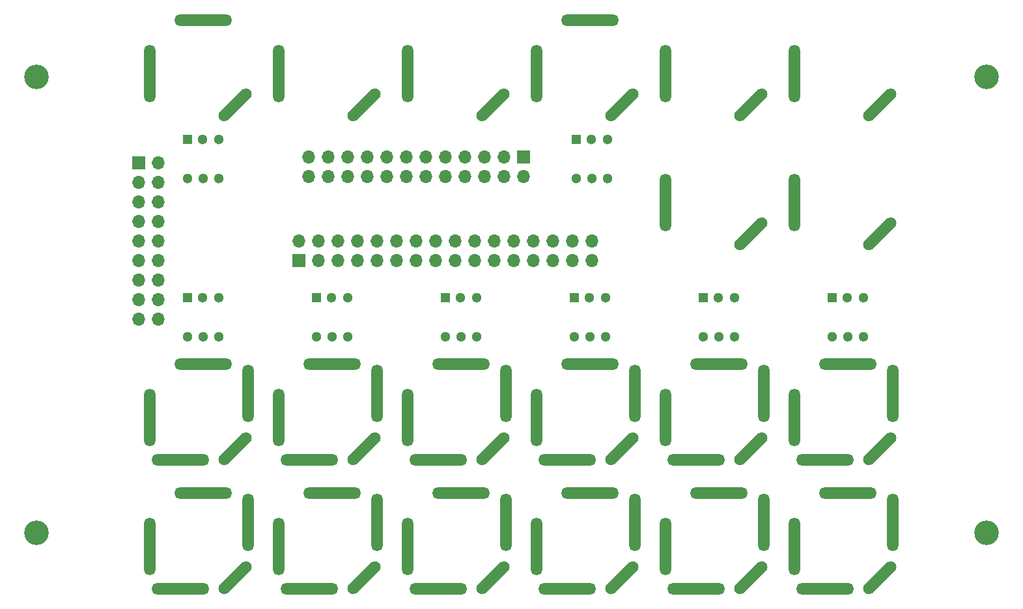
<source format=gbr>
%TF.GenerationSoftware,KiCad,Pcbnew,(6.0.7)*%
%TF.CreationDate,2022-09-16T17:54:49+02:00*%
%TF.ProjectId,Eingangsstufe,45696e67-616e-4677-9373-747566652e6b,rev?*%
%TF.SameCoordinates,Original*%
%TF.FileFunction,Soldermask,Top*%
%TF.FilePolarity,Negative*%
%FSLAX46Y46*%
G04 Gerber Fmt 4.6, Leading zero omitted, Abs format (unit mm)*
G04 Created by KiCad (PCBNEW (6.0.7)) date 2022-09-16 17:54:49*
%MOMM*%
%LPD*%
G01*
G04 APERTURE LIST*
G04 Aperture macros list*
%AMHorizOval*
0 Thick line with rounded ends*
0 $1 width*
0 $2 $3 position (X,Y) of the first rounded end (center of the circle)*
0 $4 $5 position (X,Y) of the second rounded end (center of the circle)*
0 Add line between two ends*
20,1,$1,$2,$3,$4,$5,0*
0 Add two circle primitives to create the rounded ends*
1,1,$1,$2,$3*
1,1,$1,$4,$5*%
G04 Aperture macros list end*
%ADD10C,3.200000*%
%ADD11R,1.300000X1.300000*%
%ADD12C,1.300000*%
%ADD13HorizOval,1.500000X1.414214X1.414214X-1.414214X-1.414214X0*%
%ADD14O,7.500000X1.500000*%
%ADD15O,1.500000X7.500000*%
%ADD16R,1.700000X1.700000*%
%ADD17O,1.700000X1.700000*%
G04 APERTURE END LIST*
D10*
%TO.C,REF\u002A\u002A*%
X100800000Y-44200000D03*
%TD*%
%TO.C,REF\u002A\u002A*%
X224300000Y-103500000D03*
%TD*%
%TO.C,REF\u002A\u002A*%
X224300000Y-44200000D03*
%TD*%
%TO.C,REF\u002A\u002A*%
X100800000Y-103500000D03*
%TD*%
D11*
%TO.C,SW305*%
X120396000Y-52324000D03*
D12*
X122388000Y-52324000D03*
X124460000Y-52324000D03*
X120396000Y-57404000D03*
X122428000Y-57404000D03*
X124460000Y-57404000D03*
%TD*%
D13*
%TO.C,J307*%
X176852000Y-109318000D03*
D14*
X169782000Y-110728000D03*
D15*
X165802000Y-105208000D03*
D14*
X172742000Y-98268000D03*
D15*
X178562000Y-102108000D03*
%TD*%
D13*
%TO.C,J317*%
X160118000Y-47850000D03*
D15*
X149068000Y-43740000D03*
%TD*%
D11*
%TO.C,SW308*%
X137160000Y-72898000D03*
D12*
X139152000Y-72898000D03*
X141224000Y-72898000D03*
X137160000Y-77978000D03*
X139192000Y-77978000D03*
X141224000Y-77978000D03*
%TD*%
D11*
%TO.C,SW303*%
X170688000Y-72898000D03*
D12*
X172680000Y-72898000D03*
X174752000Y-72898000D03*
X170688000Y-77978000D03*
X172720000Y-77978000D03*
X174752000Y-77978000D03*
%TD*%
D13*
%TO.C,J315*%
X193646000Y-47850000D03*
D15*
X182596000Y-43740000D03*
%TD*%
D13*
%TO.C,J313*%
X143354000Y-92554000D03*
D14*
X136284000Y-93964000D03*
D15*
X132304000Y-88444000D03*
D14*
X139244000Y-81504000D03*
D15*
X145064000Y-85344000D03*
%TD*%
D16*
%TO.C,J322*%
X114041000Y-55372000D03*
D17*
X116581000Y-55372000D03*
X114041000Y-57912000D03*
X116581000Y-57912000D03*
X114041000Y-60452000D03*
X116581000Y-60452000D03*
X114041000Y-62992000D03*
X116581000Y-62992000D03*
X114041000Y-65532000D03*
X116581000Y-65532000D03*
X114041000Y-68072000D03*
X116581000Y-68072000D03*
X114041000Y-70612000D03*
X116581000Y-70612000D03*
X114041000Y-73152000D03*
X116581000Y-73152000D03*
X114041000Y-75692000D03*
X116581000Y-75692000D03*
%TD*%
D13*
%TO.C,J312*%
X126590000Y-109318000D03*
D14*
X119520000Y-110728000D03*
D15*
X115540000Y-105208000D03*
D14*
X122480000Y-98268000D03*
D15*
X128300000Y-102108000D03*
%TD*%
D16*
%TO.C,J310*%
X164084000Y-54605000D03*
D17*
X164084000Y-57145000D03*
X161544000Y-54605000D03*
X161544000Y-57145000D03*
X159004000Y-54605000D03*
X159004000Y-57145000D03*
X156464000Y-54605000D03*
X156464000Y-57145000D03*
X153924000Y-54605000D03*
X153924000Y-57145000D03*
X151384000Y-54605000D03*
X151384000Y-57145000D03*
X148844000Y-54605000D03*
X148844000Y-57145000D03*
X146304000Y-54605000D03*
X146304000Y-57145000D03*
X143764000Y-54605000D03*
X143764000Y-57145000D03*
X141224000Y-54605000D03*
X141224000Y-57145000D03*
X138684000Y-54605000D03*
X138684000Y-57145000D03*
X136144000Y-54605000D03*
X136144000Y-57145000D03*
%TD*%
D13*
%TO.C,J320*%
X193646000Y-64614000D03*
D15*
X182596000Y-60504000D03*
%TD*%
D13*
%TO.C,J316*%
X210410000Y-47850000D03*
D15*
X199360000Y-43740000D03*
%TD*%
D11*
%TO.C,SW302*%
X187452000Y-72898000D03*
D12*
X189444000Y-72898000D03*
X191516000Y-72898000D03*
X187452000Y-77978000D03*
X189484000Y-77978000D03*
X191516000Y-77978000D03*
%TD*%
D13*
%TO.C,J302*%
X160118000Y-92554000D03*
D14*
X153048000Y-93964000D03*
D15*
X149068000Y-88444000D03*
D14*
X156008000Y-81504000D03*
D15*
X161828000Y-85344000D03*
%TD*%
D11*
%TO.C,SW307*%
X120396000Y-72898000D03*
D12*
X122388000Y-72898000D03*
X124460000Y-72898000D03*
X120396000Y-77978000D03*
X122428000Y-77978000D03*
X124460000Y-77978000D03*
%TD*%
D13*
%TO.C,J306*%
X176882000Y-92554000D03*
D14*
X169812000Y-93964000D03*
D15*
X165832000Y-88444000D03*
D14*
X172772000Y-81504000D03*
D15*
X178592000Y-85344000D03*
%TD*%
D13*
%TO.C,J303*%
X160118000Y-109318000D03*
D14*
X153048000Y-110728000D03*
D15*
X149068000Y-105208000D03*
D14*
X156008000Y-98268000D03*
D15*
X161828000Y-102108000D03*
%TD*%
D13*
%TO.C,J304*%
X193646000Y-92554000D03*
D14*
X186576000Y-93964000D03*
D15*
X182596000Y-88444000D03*
D14*
X189536000Y-81504000D03*
D15*
X195356000Y-85344000D03*
%TD*%
D13*
%TO.C,J314*%
X143354000Y-109318000D03*
D14*
X136284000Y-110728000D03*
D15*
X132304000Y-105208000D03*
D14*
X139244000Y-98268000D03*
D15*
X145064000Y-102108000D03*
%TD*%
D11*
%TO.C,SW304*%
X204216000Y-72898000D03*
D12*
X206208000Y-72898000D03*
X208280000Y-72898000D03*
X204216000Y-77978000D03*
X206248000Y-77978000D03*
X208280000Y-77978000D03*
%TD*%
D13*
%TO.C,J308*%
X210410000Y-92554000D03*
D14*
X203340000Y-93964000D03*
D15*
X199360000Y-88444000D03*
D14*
X206300000Y-81504000D03*
D15*
X212120000Y-85344000D03*
%TD*%
D13*
%TO.C,J309*%
X210410000Y-109318000D03*
D14*
X203340000Y-110728000D03*
D15*
X199360000Y-105208000D03*
D14*
X206300000Y-98268000D03*
D15*
X212120000Y-102108000D03*
%TD*%
D11*
%TO.C,SW306*%
X170942000Y-52324000D03*
D12*
X172934000Y-52324000D03*
X175006000Y-52324000D03*
X170942000Y-57404000D03*
X172974000Y-57404000D03*
X175006000Y-57404000D03*
%TD*%
D13*
%TO.C,J318*%
X143354000Y-47850000D03*
D15*
X132304000Y-43740000D03*
%TD*%
D13*
%TO.C,J321*%
X126590000Y-47850000D03*
D15*
X115540000Y-43740000D03*
D14*
X122480000Y-36800000D03*
%TD*%
D13*
%TO.C,J305*%
X193646000Y-109318000D03*
D14*
X186576000Y-110728000D03*
D15*
X182596000Y-105208000D03*
D14*
X189536000Y-98268000D03*
D15*
X195356000Y-102108000D03*
%TD*%
D13*
%TO.C,J319*%
X210410000Y-64614000D03*
D15*
X199360000Y-60504000D03*
%TD*%
D13*
%TO.C,J323*%
X176882000Y-47850000D03*
D15*
X165832000Y-43740000D03*
D14*
X172772000Y-36800000D03*
%TD*%
D11*
%TO.C,SW301*%
X153924000Y-72898000D03*
D12*
X155916000Y-72898000D03*
X157988000Y-72898000D03*
X153924000Y-77978000D03*
X155956000Y-77978000D03*
X157988000Y-77978000D03*
%TD*%
D13*
%TO.C,J311*%
X126590000Y-92554000D03*
D14*
X119520000Y-93964000D03*
D15*
X115540000Y-88444000D03*
D14*
X122480000Y-81504000D03*
D15*
X128300000Y-85344000D03*
%TD*%
D16*
%TO.C,J301*%
X134874000Y-68072000D03*
D17*
X134874000Y-65532000D03*
X137414000Y-68072000D03*
X137414000Y-65532000D03*
X139954000Y-68072000D03*
X139954000Y-65532000D03*
X142494000Y-68072000D03*
X142494000Y-65532000D03*
X145034000Y-68072000D03*
X145034000Y-65532000D03*
X147574000Y-68072000D03*
X147574000Y-65532000D03*
X150114000Y-68072000D03*
X150114000Y-65532000D03*
X152654000Y-68072000D03*
X152654000Y-65532000D03*
X155194000Y-68072000D03*
X155194000Y-65532000D03*
X157734000Y-68072000D03*
X157734000Y-65532000D03*
X160274000Y-68072000D03*
X160274000Y-65532000D03*
X162814000Y-68072000D03*
X162814000Y-65532000D03*
X165354000Y-68072000D03*
X165354000Y-65532000D03*
X167894000Y-68072000D03*
X167894000Y-65532000D03*
X170434000Y-68072000D03*
X170434000Y-65532000D03*
X172974000Y-68072000D03*
X172974000Y-65532000D03*
%TD*%
M02*

</source>
